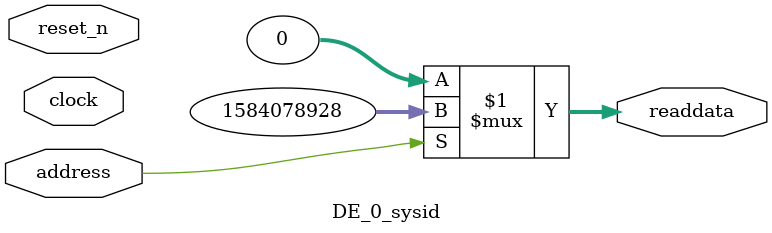
<source format=v>

`timescale 1ns / 1ps
// synthesis translate_on

// turn off superfluous verilog processor warnings 
// altera message_level Level1 
// altera message_off 10034 10035 10036 10037 10230 10240 10030 

module DE_0_sysid (
               // inputs:
                address,
                clock,
                reset_n,

               // outputs:
                readdata
             )
;

  output  [ 31: 0] readdata;
  input            address;
  input            clock;
  input            reset_n;

  wire    [ 31: 0] readdata;
  //control_slave, which is an e_avalon_slave
  assign readdata = address ? 1584078928 : 0;

endmodule




</source>
